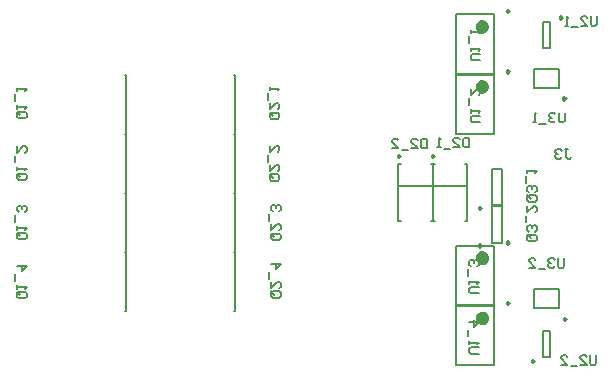
<source format=gbo>
G04*
G04 #@! TF.GenerationSoftware,Altium Limited,Altium Designer,20.1.12 (249)*
G04*
G04 Layer_Color=32896*
%FSLAX25Y25*%
%MOIN*%
G70*
G04*
G04 #@! TF.SameCoordinates,D57ADFAC-2A33-4F97-B865-62DE6D2BA241*
G04*
G04*
G04 #@! TF.FilePolarity,Positive*
G04*
G01*
G75*
%ADD10C,0.00984*%
%ADD11C,0.02362*%
%ADD13C,0.00787*%
%ADD14C,0.00600*%
D10*
X283142Y17033D02*
X282404Y17459D01*
Y16607D01*
X283142Y17033D01*
X272638Y3051D02*
X271900Y3477D01*
Y2625D01*
X272638Y3051D01*
X283071Y90551D02*
X282333Y90977D01*
Y90125D01*
X283071Y90551D01*
X281890Y117421D02*
X281152Y117848D01*
Y116995D01*
X281890Y117421D01*
X255020Y54035D02*
X254281Y54462D01*
Y53609D01*
X255020Y54035D01*
Y41437D02*
X254281Y41863D01*
Y41011D01*
X255020Y41437D01*
X227953Y71358D02*
X227215Y71785D01*
Y70932D01*
X227953Y71358D01*
X239370D02*
X238632Y71785D01*
Y70932D01*
X239370Y71358D01*
X264370Y42441D02*
X263632Y42867D01*
Y42015D01*
X264370Y42441D01*
Y119606D02*
X263632Y120033D01*
Y119180D01*
X264370Y119606D01*
Y99528D02*
X263632Y99954D01*
Y99101D01*
X264370Y99528D01*
X264370Y22362D02*
X263632Y22788D01*
Y21936D01*
X264370Y22362D01*
D11*
X256299Y37402D02*
X255855Y38325D01*
X254855Y38553D01*
X254054Y37914D01*
Y36889D01*
X254855Y36250D01*
X255855Y36478D01*
X256299Y37402D01*
Y114567D02*
X255855Y115490D01*
X254855Y115718D01*
X254054Y115079D01*
Y114055D01*
X254855Y113415D01*
X255855Y113644D01*
X256299Y114567D01*
Y94488D02*
X255855Y95412D01*
X254855Y95640D01*
X254054Y95001D01*
Y93976D01*
X254855Y93337D01*
X255855Y93565D01*
X256299Y94488D01*
X256299Y17323D02*
X255855Y18246D01*
X254855Y18474D01*
X254054Y17835D01*
Y16810D01*
X254855Y16171D01*
X255855Y16399D01*
X256299Y17323D01*
D13*
X136221Y78740D02*
X136516D01*
Y98425D01*
X136221D02*
X136516D01*
X172441Y59055D02*
X172736D01*
Y78740D01*
X172441D02*
X172736D01*
X272709Y20576D02*
X280977D01*
X272709Y26875D02*
X280977D01*
Y20576D02*
Y26875D01*
X272709Y20576D02*
Y26875D01*
X275590Y4331D02*
X277953D01*
X275590Y12992D02*
X277953D01*
X275590Y4331D02*
Y12992D01*
X277953D02*
X277953Y4331D01*
X272638Y94095D02*
X280906D01*
X272638Y100394D02*
X280906D01*
Y94095D02*
Y100394D01*
X272638Y94095D02*
Y100394D01*
X275590Y116142D02*
X277953D01*
X275590Y107480D02*
X277953D01*
Y116142D01*
X275590D02*
X275590Y107480D01*
X262008Y54921D02*
Y67126D01*
X258465Y54921D02*
Y67126D01*
X262008D01*
X258465Y54921D02*
X262008D01*
Y42323D02*
Y54528D01*
X258465Y42323D02*
Y54528D01*
X262008D01*
X258465Y42323D02*
X262008D01*
X227362Y49606D02*
Y68504D01*
X238779Y49606D02*
Y68504D01*
X227362D02*
X228051Y68504D01*
X227362Y49606D02*
X228051Y49606D01*
X238091Y68504D02*
X238779D01*
X238091Y49606D02*
X238779D01*
X227559Y61417D02*
X238583D01*
X238779Y49606D02*
Y68504D01*
X250197Y49606D02*
Y68504D01*
X238779D02*
X239469Y68504D01*
X238779Y49606D02*
X239469Y49606D01*
X249508Y68504D02*
X250197D01*
X249508Y49606D02*
X250197D01*
X238976Y61417D02*
X250000D01*
X259055Y21654D02*
Y41339D01*
X246457Y21654D02*
Y41339D01*
X259055D01*
X246457Y21654D02*
X259055D01*
Y98819D02*
Y118504D01*
X246457Y98819D02*
Y118504D01*
X259055D01*
X246457Y98819D02*
X259055D01*
Y78740D02*
Y98425D01*
X246457Y78740D02*
Y98425D01*
X259055D01*
X246457Y78740D02*
X259055D01*
X259055Y1575D02*
Y21260D01*
X246457Y1575D02*
Y21260D01*
X259055D01*
X246457Y1575D02*
X259055D01*
X172441Y59055D02*
X172736D01*
Y39370D02*
Y59055D01*
X172441Y39370D02*
X172736D01*
X172441Y98425D02*
X172736D01*
Y78740D02*
Y98425D01*
X172441Y78740D02*
X172736D01*
X136221Y59055D02*
X136516D01*
Y39370D02*
Y59055D01*
X136221Y39370D02*
X136516D01*
X136221Y78740D02*
X136516D01*
Y59055D02*
Y78740D01*
X136221Y59055D02*
X136516D01*
X136221Y39370D02*
X136516D01*
Y19685D02*
Y39370D01*
X136221Y19685D02*
X136516D01*
X172441Y39370D02*
X172736D01*
Y19685D02*
Y39370D01*
X172441Y19685D02*
X172736D01*
D14*
X270854Y45087D02*
X272986D01*
X273520Y44554D01*
Y43487D01*
X272986Y42954D01*
X270854D01*
X270321Y43487D01*
Y44554D01*
X271387Y44020D02*
X270321Y45087D01*
Y44554D02*
X270854Y45087D01*
X272986Y46153D02*
X273520Y46686D01*
Y47753D01*
X272986Y48286D01*
X272453D01*
X271920Y47753D01*
Y47219D01*
Y47753D01*
X271387Y48286D01*
X270854D01*
X270321Y47753D01*
Y46686D01*
X270854Y46153D01*
X269788Y49352D02*
Y51485D01*
X270321Y54684D02*
Y52551D01*
X272453Y54684D01*
X272986D01*
X273520Y54150D01*
Y53084D01*
X272986Y52551D01*
X270854Y58218D02*
X272986D01*
X273520Y57685D01*
Y56619D01*
X272986Y56086D01*
X270854D01*
X270321Y56619D01*
Y57685D01*
X271387Y57152D02*
X270321Y58218D01*
Y57685D02*
X270854Y58218D01*
X272986Y59285D02*
X273520Y59818D01*
Y60884D01*
X272986Y61417D01*
X272453D01*
X271920Y60884D01*
Y60351D01*
Y60884D01*
X271387Y61417D01*
X270854D01*
X270321Y60884D01*
Y59818D01*
X270854Y59285D01*
X269788Y62484D02*
Y64616D01*
X270321Y65683D02*
Y66749D01*
Y66216D01*
X273520D01*
X272986Y65683D01*
X282636Y37299D02*
Y34633D01*
X282103Y34100D01*
X281037D01*
X280504Y34633D01*
Y37299D01*
X279437Y36766D02*
X278904Y37299D01*
X277838D01*
X277305Y36766D01*
Y36233D01*
X277838Y35700D01*
X278371D01*
X277838D01*
X277305Y35166D01*
Y34633D01*
X277838Y34100D01*
X278904D01*
X279437Y34633D01*
X276238Y33567D02*
X274106D01*
X270907Y34100D02*
X273040D01*
X270907Y36233D01*
Y36766D01*
X271440Y37299D01*
X272506D01*
X273040Y36766D01*
X282891Y85724D02*
Y83059D01*
X282358Y82525D01*
X281291D01*
X280758Y83059D01*
Y85724D01*
X279692Y85191D02*
X279158Y85724D01*
X278092D01*
X277559Y85191D01*
Y84658D01*
X278092Y84125D01*
X278625D01*
X278092D01*
X277559Y83592D01*
Y83059D01*
X278092Y82525D01*
X279158D01*
X279692Y83059D01*
X276493Y81992D02*
X274360D01*
X273294Y82525D02*
X272227D01*
X272761D01*
Y85724D01*
X273294Y85191D01*
X293266Y5016D02*
Y2350D01*
X292733Y1817D01*
X291667D01*
X291134Y2350D01*
Y5016D01*
X287935Y1817D02*
X290067D01*
X287935Y3949D01*
Y4482D01*
X288468Y5016D01*
X289534D01*
X290067Y4482D01*
X286868Y1283D02*
X284736D01*
X281537Y1817D02*
X283669D01*
X281537Y3949D01*
Y4482D01*
X282070Y5016D01*
X283136D01*
X283669Y4482D01*
X293521Y118008D02*
Y115342D01*
X292987Y114809D01*
X291921D01*
X291388Y115342D01*
Y118008D01*
X288189Y114809D02*
X290322D01*
X288189Y116941D01*
Y117475D01*
X288722Y118008D01*
X289789D01*
X290322Y117475D01*
X287123Y114276D02*
X284990D01*
X283924Y114809D02*
X282857D01*
X283390D01*
Y118008D01*
X283924Y117475D01*
X254228Y5425D02*
X251562D01*
X251029Y5959D01*
Y7025D01*
X251562Y7558D01*
X254228D01*
X251029Y8624D02*
Y9691D01*
Y9158D01*
X254228D01*
X253695Y8624D01*
X250496Y11290D02*
Y13423D01*
X251029Y16089D02*
X254228D01*
X252629Y14489D01*
Y16622D01*
X254228Y25504D02*
X251562D01*
X251029Y26037D01*
Y27104D01*
X251562Y27637D01*
X254228D01*
X251029Y28703D02*
Y29770D01*
Y29236D01*
X254228D01*
X253695Y28703D01*
X250496Y31369D02*
Y33502D01*
X253695Y34568D02*
X254228Y35101D01*
Y36167D01*
X253695Y36700D01*
X253162D01*
X252629Y36167D01*
Y35634D01*
Y36167D01*
X252096Y36700D01*
X251562D01*
X251029Y36167D01*
Y35101D01*
X251562Y34568D01*
X254622Y82591D02*
X251956D01*
X251423Y83124D01*
Y84190D01*
X251956Y84723D01*
X254622D01*
X251423Y85790D02*
Y86856D01*
Y86323D01*
X254622D01*
X254089Y85790D01*
X250890Y88456D02*
Y90588D01*
X251423Y93787D02*
Y91654D01*
X253556Y93787D01*
X254089D01*
X254622Y93254D01*
Y92188D01*
X254089Y91654D01*
X254622Y103203D02*
X251956D01*
X251423Y103736D01*
Y104802D01*
X251956Y105335D01*
X254622D01*
X251423Y106402D02*
Y107468D01*
Y106935D01*
X254622D01*
X254089Y106402D01*
X250890Y109067D02*
Y111200D01*
X251423Y112266D02*
Y113333D01*
Y112800D01*
X254622D01*
X254089Y112266D01*
X185421Y26189D02*
X187553D01*
X188086Y25656D01*
Y24590D01*
X187553Y24057D01*
X185421D01*
X184888Y24590D01*
Y25656D01*
X185954Y25123D02*
X184888Y26189D01*
Y25656D02*
X185421Y26189D01*
X184888Y29388D02*
Y27255D01*
X187020Y29388D01*
X187553D01*
X188086Y28855D01*
Y27789D01*
X187553Y27255D01*
X184354Y30454D02*
Y32587D01*
X184888Y35253D02*
X188086D01*
X186487Y33653D01*
Y35786D01*
X185421Y45480D02*
X187553D01*
X188086Y44947D01*
Y43881D01*
X187553Y43348D01*
X185421D01*
X184888Y43881D01*
Y44947D01*
X185954Y44414D02*
X184888Y45480D01*
Y44947D02*
X185421Y45480D01*
X184888Y48679D02*
Y46547D01*
X187020Y48679D01*
X187553D01*
X188086Y48146D01*
Y47080D01*
X187553Y46547D01*
X184354Y49746D02*
Y51878D01*
X187553Y52945D02*
X188086Y53478D01*
Y54544D01*
X187553Y55077D01*
X187020D01*
X186487Y54544D01*
Y54011D01*
Y54544D01*
X185954Y55077D01*
X185421D01*
X184888Y54544D01*
Y53478D01*
X185421Y52945D01*
X185027Y65166D02*
X187160D01*
X187693Y64632D01*
Y63566D01*
X187160Y63033D01*
X185027D01*
X184494Y63566D01*
Y64632D01*
X185560Y64099D02*
X184494Y65166D01*
Y64632D02*
X185027Y65166D01*
X184494Y68365D02*
Y66232D01*
X186627Y68365D01*
X187160D01*
X187693Y67831D01*
Y66765D01*
X187160Y66232D01*
X183961Y69431D02*
Y71564D01*
X184494Y74762D02*
Y72630D01*
X186627Y74762D01*
X187160D01*
X187693Y74229D01*
Y73163D01*
X187160Y72630D01*
X185027Y85777D02*
X187160D01*
X187693Y85244D01*
Y84178D01*
X187160Y83645D01*
X185027D01*
X184494Y84178D01*
Y85244D01*
X185560Y84711D02*
X184494Y85777D01*
Y85244D02*
X185027Y85777D01*
X184494Y88976D02*
Y86844D01*
X186627Y88976D01*
X187160D01*
X187693Y88443D01*
Y87377D01*
X187160Y86844D01*
X183961Y90043D02*
Y92175D01*
X184494Y93242D02*
Y94308D01*
Y93775D01*
X187693D01*
X187160Y93242D01*
X100775Y26062D02*
X102908D01*
X103441Y25529D01*
Y24463D01*
X102908Y23929D01*
X100775D01*
X100242Y24463D01*
Y25529D01*
X101308Y24996D02*
X100242Y26062D01*
Y25529D02*
X100775Y26062D01*
X100242Y27128D02*
Y28195D01*
Y27661D01*
X103441D01*
X102908Y27128D01*
X99709Y29794D02*
Y31927D01*
X100242Y34593D02*
X103441D01*
X101841Y32993D01*
Y35126D01*
X100775Y45747D02*
X102908D01*
X103441Y45214D01*
Y44148D01*
X102908Y43614D01*
X100775D01*
X100242Y44148D01*
Y45214D01*
X101308Y44681D02*
X100242Y45747D01*
Y45214D02*
X100775Y45747D01*
X100242Y46813D02*
Y47880D01*
Y47346D01*
X103441D01*
X102908Y46813D01*
X99709Y49479D02*
Y51612D01*
X102908Y52678D02*
X103441Y53211D01*
Y54278D01*
X102908Y54811D01*
X102374D01*
X101841Y54278D01*
Y53745D01*
Y54278D01*
X101308Y54811D01*
X100775D01*
X100242Y54278D01*
Y53211D01*
X100775Y52678D01*
X100775Y65432D02*
X102908D01*
X103441Y64899D01*
Y63833D01*
X102908Y63299D01*
X100775D01*
X100242Y63833D01*
Y64899D01*
X101308Y64366D02*
X100242Y65432D01*
Y64899D02*
X100775Y65432D01*
X100242Y66498D02*
Y67565D01*
Y67032D01*
X103441D01*
X102908Y66498D01*
X99709Y69164D02*
Y71297D01*
X100242Y74496D02*
Y72363D01*
X102374Y74496D01*
X102908D01*
X103441Y73963D01*
Y72896D01*
X102908Y72363D01*
X100775Y86044D02*
X102908D01*
X103441Y85511D01*
Y84444D01*
X102908Y83911D01*
X100775D01*
X100242Y84444D01*
Y85511D01*
X101308Y84978D02*
X100242Y86044D01*
Y85511D02*
X100775Y86044D01*
X100242Y87110D02*
Y88177D01*
Y87643D01*
X103441D01*
X102908Y87110D01*
X99709Y89776D02*
Y91909D01*
X100242Y92975D02*
Y94041D01*
Y93508D01*
X103441D01*
X102908Y92975D01*
X282817Y73647D02*
X283883D01*
X283350D01*
Y70981D01*
X283883Y70448D01*
X284416D01*
X284949Y70981D01*
X281750Y73114D02*
X281217Y73647D01*
X280151D01*
X279618Y73114D01*
Y72580D01*
X280151Y72047D01*
X280684D01*
X280151D01*
X279618Y71514D01*
Y70981D01*
X280151Y70448D01*
X281217D01*
X281750Y70981D01*
X236967Y77063D02*
Y73864D01*
X235368D01*
X234835Y74397D01*
Y76530D01*
X235368Y77063D01*
X236967D01*
X231635Y73864D02*
X233768D01*
X231635Y75997D01*
Y76530D01*
X232169Y77063D01*
X233235D01*
X233768Y76530D01*
X230569Y73331D02*
X228436D01*
X225238Y73864D02*
X227370D01*
X225238Y75997D01*
Y76530D01*
X225771Y77063D01*
X226837D01*
X227370Y76530D01*
X251001Y77457D02*
Y74258D01*
X249401D01*
X248868Y74791D01*
Y76924D01*
X249401Y77457D01*
X251001D01*
X245669Y74258D02*
X247802D01*
X245669Y76390D01*
Y76924D01*
X246202Y77457D01*
X247269D01*
X247802Y76924D01*
X244603Y73725D02*
X242470D01*
X241404Y74258D02*
X240338D01*
X240871D01*
Y77457D01*
X241404Y76924D01*
M02*

</source>
